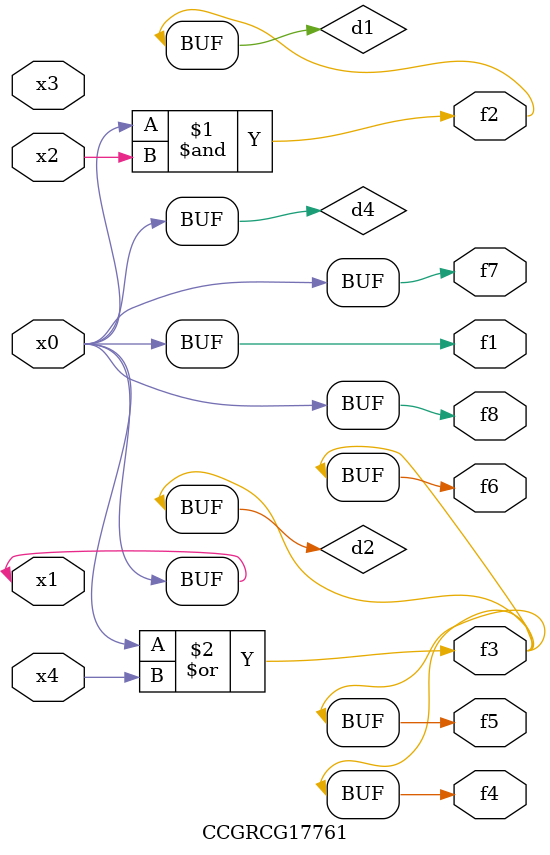
<source format=v>
module CCGRCG17761(
	input x0, x1, x2, x3, x4,
	output f1, f2, f3, f4, f5, f6, f7, f8
);

	wire d1, d2, d3, d4;

	and (d1, x0, x2);
	or (d2, x0, x4);
	nand (d3, x0, x2);
	buf (d4, x0, x1);
	assign f1 = d4;
	assign f2 = d1;
	assign f3 = d2;
	assign f4 = d2;
	assign f5 = d2;
	assign f6 = d2;
	assign f7 = d4;
	assign f8 = d4;
endmodule

</source>
